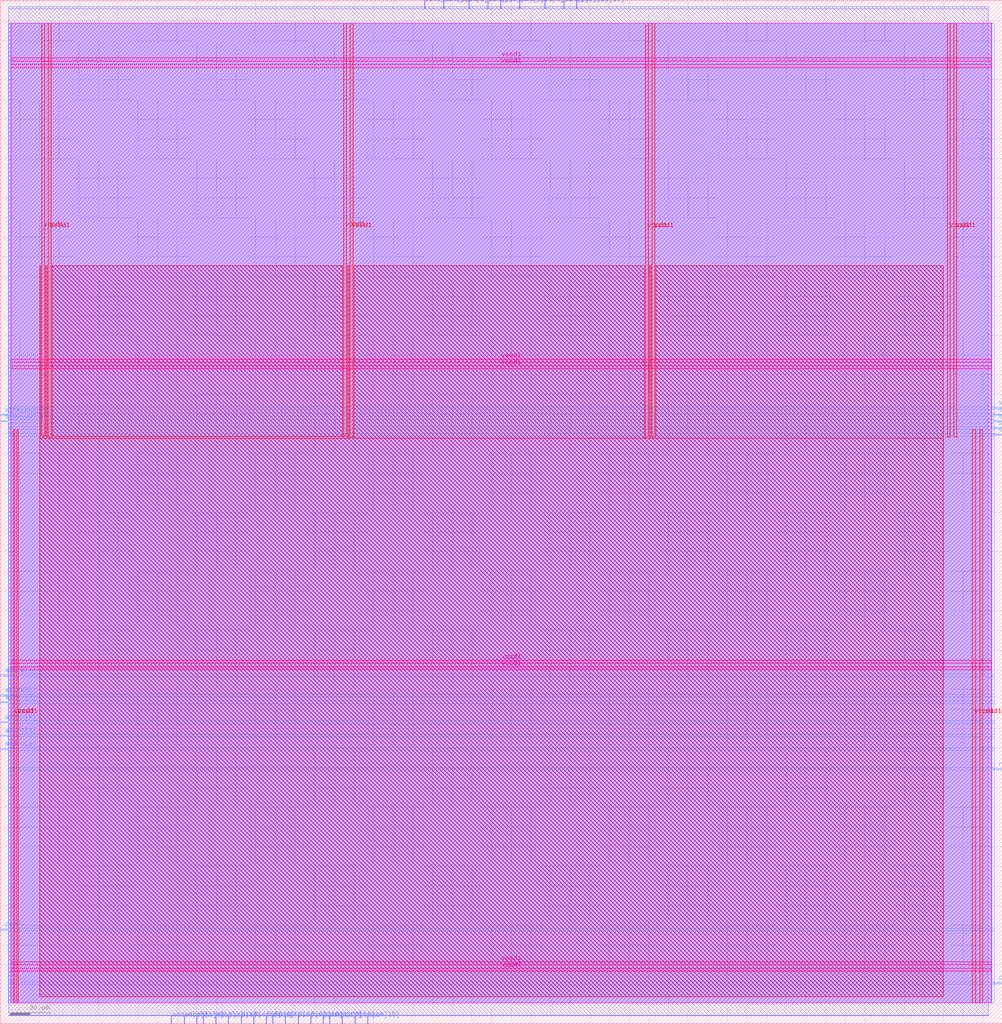
<source format=lef>
VERSION 5.7 ;
  NOWIREEXTENSIONATPIN ON ;
  DIVIDERCHAR "/" ;
  BUSBITCHARS "[]" ;
MACRO counter
  CLASS BLOCK ;
  FOREIGN counter ;
  ORIGIN 0.000 0.000 ;
  SIZE 509.810 BY 520.530 ;
  PIN addr0[0]
    DIRECTION INPUT ;
    USE SIGNAL ;
    ANTENNAGATEAREA 0.600000 ;
    PORT
      LAYER met2 ;
        RECT 87.030 0.000 87.310 4.000 ;
    END
  END addr0[0]
  PIN addr0[1]
    DIRECTION INPUT ;
    USE SIGNAL ;
    ANTENNAGATEAREA 0.600000 ;
    PORT
      LAYER met2 ;
        RECT 93.470 0.000 93.750 4.000 ;
    END
  END addr0[1]
  PIN addr0[2]
    DIRECTION INPUT ;
    USE SIGNAL ;
    ANTENNAGATEAREA 0.600000 ;
    PORT
      LAYER met3 ;
        RECT 0.000 139.440 4.000 140.040 ;
    END
  END addr0[2]
  PIN addr0[3]
    DIRECTION INPUT ;
    USE SIGNAL ;
    ANTENNAGATEAREA 0.600000 ;
    PORT
      LAYER met3 ;
        RECT 0.000 146.240 4.000 146.840 ;
    END
  END addr0[3]
  PIN addr0[4]
    DIRECTION INPUT ;
    USE SIGNAL ;
    ANTENNAGATEAREA 0.600000 ;
    PORT
      LAYER met3 ;
        RECT 0.000 153.040 4.000 153.640 ;
    END
  END addr0[4]
  PIN addr0[5]
    DIRECTION INPUT ;
    USE SIGNAL ;
    ANTENNAGATEAREA 0.600000 ;
    PORT
      LAYER met3 ;
        RECT 0.000 163.240 4.000 163.840 ;
    END
  END addr0[5]
  PIN addr0[6]
    DIRECTION INPUT ;
    USE SIGNAL ;
    ANTENNAGATEAREA 0.600000 ;
    PORT
      LAYER met3 ;
        RECT 0.000 166.640 4.000 167.240 ;
    END
  END addr0[6]
  PIN addr0[7]
    DIRECTION INPUT ;
    USE SIGNAL ;
    ANTENNAGATEAREA 0.600000 ;
    PORT
      LAYER met3 ;
        RECT 0.000 176.840 4.000 177.440 ;
    END
  END addr0[7]
  PIN clk
    DIRECTION INPUT ;
    USE SIGNAL ;
    ANTENNAGATEAREA 0.852000 ;
    PORT
      LAYER met3 ;
        RECT 505.810 20.440 509.810 21.040 ;
    END
  END clk
  PIN csb0
    DIRECTION INPUT ;
    USE SIGNAL ;
    ANTENNAGATEAREA 0.600000 ;
    PORT
      LAYER met3 ;
        RECT 0.000 47.640 4.000 48.240 ;
    END
  END csb0
  PIN din0[0]
    DIRECTION INPUT ;
    USE SIGNAL ;
    ANTENNAGATEAREA 0.600000 ;
    PORT
      LAYER met2 ;
        RECT 99.910 0.000 100.190 4.000 ;
    END
  END din0[0]
  PIN din0[10]
    DIRECTION INPUT ;
    USE SIGNAL ;
    ANTENNAGATEAREA 0.600000 ;
    PORT
      LAYER met2 ;
        RECT 157.870 0.000 158.150 4.000 ;
    END
  END din0[10]
  PIN din0[11]
    DIRECTION INPUT ;
    USE SIGNAL ;
    ANTENNAGATEAREA 0.600000 ;
    PORT
      LAYER met2 ;
        RECT 164.310 0.000 164.590 4.000 ;
    END
  END din0[11]
  PIN din0[12]
    DIRECTION INPUT ;
    USE SIGNAL ;
    ANTENNAGATEAREA 0.600000 ;
    PORT
      LAYER met2 ;
        RECT 167.530 0.000 167.810 4.000 ;
    END
  END din0[12]
  PIN din0[13]
    DIRECTION INPUT ;
    USE SIGNAL ;
    ANTENNAGATEAREA 0.600000 ;
    PORT
      LAYER met2 ;
        RECT 173.970 0.000 174.250 4.000 ;
    END
  END din0[13]
  PIN din0[14]
    DIRECTION INPUT ;
    USE SIGNAL ;
    ANTENNAGATEAREA 0.600000 ;
    PORT
      LAYER met2 ;
        RECT 180.410 0.000 180.690 4.000 ;
    END
  END din0[14]
  PIN din0[15]
    DIRECTION INPUT ;
    USE SIGNAL ;
    ANTENNAGATEAREA 0.600000 ;
    PORT
      LAYER met2 ;
        RECT 186.850 0.000 187.130 4.000 ;
    END
  END din0[15]
  PIN din0[1]
    DIRECTION INPUT ;
    USE SIGNAL ;
    ANTENNAGATEAREA 0.600000 ;
    PORT
      LAYER met2 ;
        RECT 103.130 0.000 103.410 4.000 ;
    END
  END din0[1]
  PIN din0[2]
    DIRECTION INPUT ;
    USE SIGNAL ;
    ANTENNAGATEAREA 0.600000 ;
    PORT
      LAYER met2 ;
        RECT 109.570 0.000 109.850 4.000 ;
    END
  END din0[2]
  PIN din0[3]
    DIRECTION INPUT ;
    USE SIGNAL ;
    ANTENNAGATEAREA 0.600000 ;
    PORT
      LAYER met2 ;
        RECT 116.010 0.000 116.290 4.000 ;
    END
  END din0[3]
  PIN din0[4]
    DIRECTION INPUT ;
    USE SIGNAL ;
    ANTENNAGATEAREA 0.600000 ;
    PORT
      LAYER met2 ;
        RECT 122.450 0.000 122.730 4.000 ;
    END
  END din0[4]
  PIN din0[5]
    DIRECTION INPUT ;
    USE SIGNAL ;
    ANTENNAGATEAREA 0.600000 ;
    PORT
      LAYER met2 ;
        RECT 128.890 0.000 129.170 4.000 ;
    END
  END din0[5]
  PIN din0[6]
    DIRECTION INPUT ;
    USE SIGNAL ;
    ANTENNAGATEAREA 0.600000 ;
    PORT
      LAYER met2 ;
        RECT 135.330 0.000 135.610 4.000 ;
    END
  END din0[6]
  PIN din0[7]
    DIRECTION INPUT ;
    USE SIGNAL ;
    ANTENNAGATEAREA 0.600000 ;
    PORT
      LAYER met2 ;
        RECT 138.550 0.000 138.830 4.000 ;
    END
  END din0[7]
  PIN din0[8]
    DIRECTION INPUT ;
    USE SIGNAL ;
    ANTENNAGATEAREA 0.600000 ;
    PORT
      LAYER met2 ;
        RECT 144.990 0.000 145.270 4.000 ;
    END
  END din0[8]
  PIN din0[9]
    DIRECTION INPUT ;
    USE SIGNAL ;
    ANTENNAGATEAREA 0.600000 ;
    PORT
      LAYER met2 ;
        RECT 151.430 0.000 151.710 4.000 ;
    END
  END din0[9]
  PIN rst
    DIRECTION INPUT ;
    USE SIGNAL ;
    ANTENNAGATEAREA 0.196500 ;
    PORT
      LAYER met3 ;
        RECT 505.810 129.240 509.810 129.840 ;
    END
  END rst
  PIN sine_out[0]
    DIRECTION OUTPUT ;
    USE SIGNAL ;
    ANTENNADIFFAREA 0.445500 ;
    PORT
      LAYER met3 ;
        RECT 0.000 306.040 4.000 306.640 ;
    END
  END sine_out[0]
  PIN sine_out[10]
    DIRECTION OUTPUT ;
    USE SIGNAL ;
    ANTENNADIFFAREA 0.445500 ;
    PORT
      LAYER met2 ;
        RECT 293.110 516.530 293.390 520.530 ;
    END
  END sine_out[10]
  PIN sine_out[11]
    DIRECTION OUTPUT ;
    USE SIGNAL ;
    ANTENNADIFFAREA 0.445500 ;
    PORT
      LAYER met3 ;
        RECT 505.810 312.840 509.810 313.440 ;
    END
  END sine_out[11]
  PIN sine_out[12]
    DIRECTION OUTPUT ;
    USE SIGNAL ;
    ANTENNADIFFAREA 0.445500 ;
    PORT
      LAYER met3 ;
        RECT 505.810 309.440 509.810 310.040 ;
    END
  END sine_out[12]
  PIN sine_out[13]
    DIRECTION OUTPUT ;
    USE SIGNAL ;
    ANTENNADIFFAREA 0.445500 ;
    PORT
      LAYER met3 ;
        RECT 505.810 299.240 509.810 299.840 ;
    END
  END sine_out[13]
  PIN sine_out[14]
    DIRECTION OUTPUT ;
    USE SIGNAL ;
    ANTENNADIFFAREA 0.445500 ;
    PORT
      LAYER met3 ;
        RECT 505.810 306.040 509.810 306.640 ;
    END
  END sine_out[14]
  PIN sine_out[15]
    DIRECTION OUTPUT ;
    USE SIGNAL ;
    ANTENNADIFFAREA 0.445500 ;
    PORT
      LAYER met3 ;
        RECT 505.810 302.640 509.810 303.240 ;
    END
  END sine_out[15]
  PIN sine_out[1]
    DIRECTION OUTPUT ;
    USE SIGNAL ;
    ANTENNADIFFAREA 0.445500 ;
    PORT
      LAYER met3 ;
        RECT 0.000 309.440 4.000 310.040 ;
    END
  END sine_out[1]
  PIN sine_out[2]
    DIRECTION OUTPUT ;
    USE SIGNAL ;
    ANTENNADIFFAREA 0.445500 ;
    PORT
      LAYER met2 ;
        RECT 215.830 516.530 216.110 520.530 ;
    END
  END sine_out[2]
  PIN sine_out[3]
    DIRECTION OUTPUT ;
    USE SIGNAL ;
    ANTENNADIFFAREA 0.445500 ;
    PORT
      LAYER met2 ;
        RECT 225.490 516.530 225.770 520.530 ;
    END
  END sine_out[3]
  PIN sine_out[4]
    DIRECTION OUTPUT ;
    USE SIGNAL ;
    ANTENNADIFFAREA 0.445500 ;
    PORT
      LAYER met2 ;
        RECT 238.370 516.530 238.650 520.530 ;
    END
  END sine_out[4]
  PIN sine_out[5]
    DIRECTION OUTPUT ;
    USE SIGNAL ;
    ANTENNADIFFAREA 0.445500 ;
    PORT
      LAYER met2 ;
        RECT 248.030 516.530 248.310 520.530 ;
    END
  END sine_out[5]
  PIN sine_out[6]
    DIRECTION OUTPUT ;
    USE SIGNAL ;
    ANTENNADIFFAREA 0.445500 ;
    PORT
      LAYER met2 ;
        RECT 254.470 516.530 254.750 520.530 ;
    END
  END sine_out[6]
  PIN sine_out[7]
    DIRECTION OUTPUT ;
    USE SIGNAL ;
    ANTENNADIFFAREA 0.445500 ;
    PORT
      LAYER met2 ;
        RECT 264.130 516.530 264.410 520.530 ;
    END
  END sine_out[7]
  PIN sine_out[8]
    DIRECTION OUTPUT ;
    USE SIGNAL ;
    ANTENNADIFFAREA 0.445500 ;
    PORT
      LAYER met2 ;
        RECT 277.010 516.530 277.290 520.530 ;
    END
  END sine_out[8]
  PIN sine_out[9]
    DIRECTION OUTPUT ;
    USE SIGNAL ;
    ANTENNADIFFAREA 0.445500 ;
    PORT
      LAYER met2 ;
        RECT 286.670 516.530 286.950 520.530 ;
    END
  END sine_out[9]
  PIN vccd1
    DIRECTION INOUT ;
    USE POWER ;
    PORT
      LAYER met4 ;
        RECT 21.040 299.170 22.640 508.880 ;
    END
    PORT
      LAYER met4 ;
        RECT 174.640 299.170 176.240 508.880 ;
    END
    PORT
      LAYER met4 ;
        RECT 328.240 298.250 329.840 508.880 ;
    END
    PORT
      LAYER met4 ;
        RECT 481.840 298.250 483.440 508.880 ;
    END
    PORT
      LAYER met5 ;
        RECT 5.280 26.730 504.400 28.330 ;
    END
    PORT
      LAYER met5 ;
        RECT 5.280 179.910 504.400 181.510 ;
    END
    PORT
      LAYER met5 ;
        RECT 5.280 333.090 504.400 334.690 ;
    END
    PORT
      LAYER met5 ;
        RECT 5.280 486.270 504.400 487.870 ;
    END
    PORT
      LAYER met4 ;
        RECT 6.500 10.640 7.300 302.160 ;
    END
    PORT
      LAYER met4 ;
        RECT 494.620 10.640 496.220 302.160 ;
    END
  END vccd1
  PIN vssd1
    DIRECTION INOUT ;
    USE GROUND ;
    PORT
      LAYER met4 ;
        RECT 24.340 298.250 25.940 508.880 ;
    END
    PORT
      LAYER met4 ;
        RECT 177.940 298.250 179.540 508.880 ;
    END
    PORT
      LAYER met4 ;
        RECT 331.540 298.250 333.140 508.880 ;
    END
    PORT
      LAYER met4 ;
        RECT 485.140 298.250 486.740 508.880 ;
    END
    PORT
      LAYER met5 ;
        RECT 5.280 30.030 504.400 31.630 ;
    END
    PORT
      LAYER met5 ;
        RECT 5.280 183.210 504.400 184.810 ;
    END
    PORT
      LAYER met5 ;
        RECT 5.280 336.390 504.400 337.990 ;
    END
    PORT
      LAYER met5 ;
        RECT 5.280 489.570 504.400 491.170 ;
    END
    PORT
      LAYER met4 ;
        RECT 8.340 10.640 9.140 302.160 ;
    END
    PORT
      LAYER met4 ;
        RECT 498.300 10.640 499.900 302.160 ;
    END
  END vssd1
  OBS
      LAYER nwell ;
        RECT 5.330 10.795 504.350 508.830 ;
      LAYER li1 ;
        RECT 5.520 10.795 504.160 508.725 ;
      LAYER met1 ;
        RECT 4.210 10.640 504.160 508.880 ;
      LAYER met2 ;
        RECT 4.230 516.250 215.550 517.210 ;
        RECT 216.390 516.250 225.210 517.210 ;
        RECT 226.050 516.250 238.090 517.210 ;
        RECT 238.930 516.250 247.750 517.210 ;
        RECT 248.590 516.250 254.190 517.210 ;
        RECT 255.030 516.250 263.850 517.210 ;
        RECT 264.690 516.250 276.730 517.210 ;
        RECT 277.570 516.250 286.390 517.210 ;
        RECT 287.230 516.250 292.830 517.210 ;
        RECT 293.670 516.250 502.690 517.210 ;
        RECT 4.230 4.280 502.690 516.250 ;
        RECT 4.230 4.000 86.750 4.280 ;
        RECT 87.590 4.000 93.190 4.280 ;
        RECT 94.030 4.000 99.630 4.280 ;
        RECT 100.470 4.000 102.850 4.280 ;
        RECT 103.690 4.000 109.290 4.280 ;
        RECT 110.130 4.000 115.730 4.280 ;
        RECT 116.570 4.000 122.170 4.280 ;
        RECT 123.010 4.000 128.610 4.280 ;
        RECT 129.450 4.000 135.050 4.280 ;
        RECT 135.890 4.000 138.270 4.280 ;
        RECT 139.110 4.000 144.710 4.280 ;
        RECT 145.550 4.000 151.150 4.280 ;
        RECT 151.990 4.000 157.590 4.280 ;
        RECT 158.430 4.000 164.030 4.280 ;
        RECT 164.870 4.000 167.250 4.280 ;
        RECT 168.090 4.000 173.690 4.280 ;
        RECT 174.530 4.000 180.130 4.280 ;
        RECT 180.970 4.000 186.570 4.280 ;
        RECT 187.410 4.000 502.690 4.280 ;
      LAYER met3 ;
        RECT 3.990 313.840 505.810 508.805 ;
        RECT 3.990 312.440 505.410 313.840 ;
        RECT 3.990 310.440 505.810 312.440 ;
        RECT 4.400 309.040 505.410 310.440 ;
        RECT 3.990 307.040 505.810 309.040 ;
        RECT 4.400 305.640 505.410 307.040 ;
        RECT 3.990 303.640 505.810 305.640 ;
        RECT 3.990 302.240 505.410 303.640 ;
        RECT 3.990 300.240 505.810 302.240 ;
        RECT 3.990 298.840 505.410 300.240 ;
        RECT 3.990 177.840 505.810 298.840 ;
        RECT 4.400 176.440 505.810 177.840 ;
        RECT 3.990 167.640 505.810 176.440 ;
        RECT 4.400 166.240 505.810 167.640 ;
        RECT 3.990 164.240 505.810 166.240 ;
        RECT 4.400 162.840 505.810 164.240 ;
        RECT 3.990 154.040 505.810 162.840 ;
        RECT 4.400 152.640 505.810 154.040 ;
        RECT 3.990 147.240 505.810 152.640 ;
        RECT 4.400 145.840 505.810 147.240 ;
        RECT 3.990 140.440 505.810 145.840 ;
        RECT 4.400 139.040 505.810 140.440 ;
        RECT 3.990 130.240 505.810 139.040 ;
        RECT 3.990 128.840 505.410 130.240 ;
        RECT 3.990 48.640 505.810 128.840 ;
        RECT 4.400 47.240 505.810 48.640 ;
        RECT 3.990 21.440 505.810 47.240 ;
        RECT 3.990 20.040 505.410 21.440 ;
        RECT 3.990 10.715 505.810 20.040 ;
      LAYER met4 ;
        RECT 20.000 298.770 20.640 385.385 ;
        RECT 23.040 298.770 23.940 385.385 ;
        RECT 20.000 297.850 23.940 298.770 ;
        RECT 26.340 298.770 174.240 385.385 ;
        RECT 176.640 298.770 177.540 385.385 ;
        RECT 26.340 297.850 177.540 298.770 ;
        RECT 179.940 297.850 327.840 385.385 ;
        RECT 330.240 297.850 331.140 385.385 ;
        RECT 333.540 297.850 479.900 385.385 ;
        RECT 20.000 13.775 479.900 297.850 ;
  END
END counter
END LIBRARY


</source>
